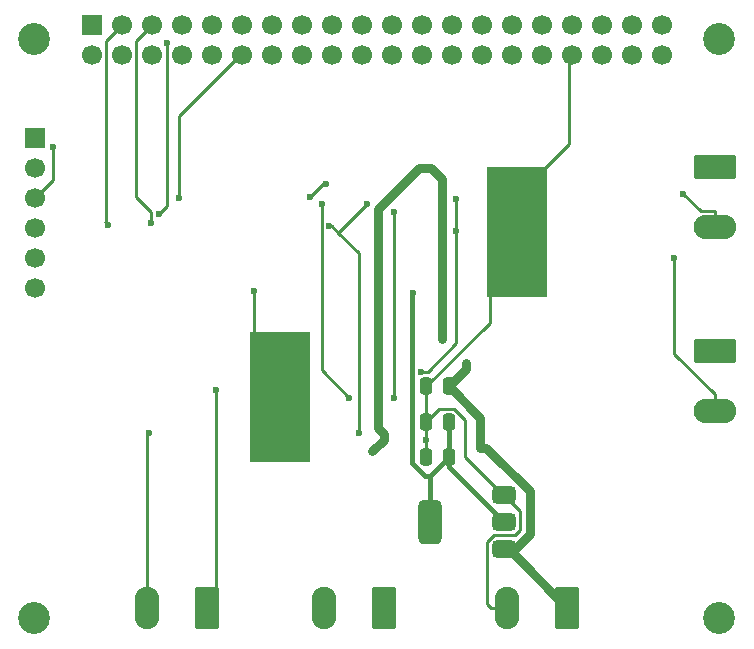
<source format=gbl>
%TF.GenerationSoftware,KiCad,Pcbnew,9.0.7*%
%TF.CreationDate,2026-02-04T14:04:16-06:00*%
%TF.ProjectId,dac_amp,6461635f-616d-4702-9e6b-696361645f70,rev?*%
%TF.SameCoordinates,Original*%
%TF.FileFunction,Copper,L2,Bot*%
%TF.FilePolarity,Positive*%
%FSLAX46Y46*%
G04 Gerber Fmt 4.6, Leading zero omitted, Abs format (unit mm)*
G04 Created by KiCad (PCBNEW 9.0.7) date 2026-02-04 14:04:16*
%MOMM*%
%LPD*%
G01*
G04 APERTURE LIST*
G04 Aperture macros list*
%AMRoundRect*
0 Rectangle with rounded corners*
0 $1 Rounding radius*
0 $2 $3 $4 $5 $6 $7 $8 $9 X,Y pos of 4 corners*
0 Add a 4 corners polygon primitive as box body*
4,1,4,$2,$3,$4,$5,$6,$7,$8,$9,$2,$3,0*
0 Add four circle primitives for the rounded corners*
1,1,$1+$1,$2,$3*
1,1,$1+$1,$4,$5*
1,1,$1+$1,$6,$7*
1,1,$1+$1,$8,$9*
0 Add four rect primitives between the rounded corners*
20,1,$1+$1,$2,$3,$4,$5,0*
20,1,$1+$1,$4,$5,$6,$7,0*
20,1,$1+$1,$6,$7,$8,$9,0*
20,1,$1+$1,$8,$9,$2,$3,0*%
G04 Aperture macros list end*
%TA.AperFunction,ComponentPad*%
%ADD10C,0.600000*%
%TD*%
%TA.AperFunction,SMDPad,CuDef*%
%ADD11R,5.200000X11.000000*%
%TD*%
%TA.AperFunction,ComponentPad*%
%ADD12RoundRect,0.249999X0.790001X1.550001X-0.790001X1.550001X-0.790001X-1.550001X0.790001X-1.550001X0*%
%TD*%
%TA.AperFunction,ComponentPad*%
%ADD13O,2.080000X3.600000*%
%TD*%
%TA.AperFunction,ComponentPad*%
%ADD14R,1.700000X1.700000*%
%TD*%
%TA.AperFunction,ComponentPad*%
%ADD15C,1.700000*%
%TD*%
%TA.AperFunction,ComponentPad*%
%ADD16RoundRect,0.249999X-1.550001X0.790001X-1.550001X-0.790001X1.550001X-0.790001X1.550001X0.790001X0*%
%TD*%
%TA.AperFunction,ComponentPad*%
%ADD17O,3.600000X2.080000*%
%TD*%
%TA.AperFunction,ComponentPad*%
%ADD18C,2.700000*%
%TD*%
%TA.AperFunction,SMDPad,CuDef*%
%ADD19RoundRect,0.375000X0.625000X0.375000X-0.625000X0.375000X-0.625000X-0.375000X0.625000X-0.375000X0*%
%TD*%
%TA.AperFunction,SMDPad,CuDef*%
%ADD20RoundRect,0.500000X0.500000X1.400000X-0.500000X1.400000X-0.500000X-1.400000X0.500000X-1.400000X0*%
%TD*%
%TA.AperFunction,SMDPad,CuDef*%
%ADD21RoundRect,0.250000X0.250000X0.475000X-0.250000X0.475000X-0.250000X-0.475000X0.250000X-0.475000X0*%
%TD*%
%TA.AperFunction,ViaPad*%
%ADD22C,0.600000*%
%TD*%
%TA.AperFunction,Conductor*%
%ADD23C,0.800000*%
%TD*%
%TA.AperFunction,Conductor*%
%ADD24C,0.250000*%
%TD*%
%TA.AperFunction,Conductor*%
%ADD25C,0.400000*%
%TD*%
G04 APERTURE END LIST*
D10*
%TO.P,U4,33,EP*%
%TO.N,GND*%
X128000000Y-73600000D03*
X128000000Y-72300000D03*
X128000000Y-71000000D03*
X128000000Y-69700000D03*
X128000000Y-68400000D03*
X128000000Y-67100000D03*
X128000000Y-65800000D03*
X128000000Y-64500000D03*
X128000000Y-63200000D03*
X126500000Y-73600000D03*
X126500000Y-72300000D03*
X126500000Y-71000000D03*
X126500000Y-69700000D03*
X126500000Y-68400000D03*
X126500000Y-67100000D03*
X126500000Y-65800000D03*
X126500000Y-64500000D03*
X126500000Y-63200000D03*
D11*
X125750000Y-68400000D03*
D10*
X125000000Y-73600000D03*
X125000000Y-72300000D03*
X125000000Y-71000000D03*
X125000000Y-69700000D03*
X125000000Y-68400000D03*
X125000000Y-67100000D03*
X125000000Y-65800000D03*
X125000000Y-64500000D03*
X125000000Y-63200000D03*
X123500000Y-73600000D03*
X123500000Y-72300000D03*
X123500000Y-71000000D03*
X123500000Y-69700000D03*
X123500000Y-68400000D03*
X123500000Y-67100000D03*
X123500000Y-65800000D03*
X123500000Y-64500000D03*
X123500000Y-63200000D03*
%TD*%
D12*
%TO.P,J5,1,Pin_1*%
%TO.N,Net-(J5-Pin_1)*%
X119545000Y-86277500D03*
D13*
%TO.P,J5,2,Pin_2*%
%TO.N,Net-(J5-Pin_2)*%
X114465000Y-86277500D03*
%TD*%
D12*
%TO.P,J6,1,Pin_1*%
%TO.N,Net-(J6-Pin_1)*%
X134545000Y-86277500D03*
D13*
%TO.P,J6,2,Pin_2*%
%TO.N,Net-(J6-Pin_2)*%
X129465000Y-86277500D03*
%TD*%
D14*
%TO.P,J7,1,Pin_1*%
%TO.N,unconnected-(J7-Pin_1-Pad1)*%
X109765321Y-36909266D03*
D15*
%TO.P,J7,2,Pin_2*%
%TO.N,unconnected-(J7-Pin_2-Pad2)*%
X109765321Y-39449266D03*
%TO.P,J7,3,Pin_3*%
%TO.N,I2C_SDA*%
X112305321Y-36909266D03*
%TO.P,J7,4,Pin_4*%
%TO.N,unconnected-(J7-Pin_4-Pad4)*%
X112305321Y-39449266D03*
%TO.P,J7,5,Pin_5*%
%TO.N,I2C_SCL*%
X114845321Y-36909266D03*
%TO.P,J7,6,Pin_6*%
%TO.N,unconnected-(J7-Pin_6-Pad6)*%
X114845321Y-39449266D03*
%TO.P,J7,7,Pin_7*%
%TO.N,unconnected-(J7-Pin_7-Pad7)*%
X117385321Y-36909266D03*
%TO.P,J7,8,Pin_8*%
%TO.N,unconnected-(J7-Pin_8-Pad8)*%
X117385321Y-39449266D03*
%TO.P,J7,9,Pin_9*%
%TO.N,unconnected-(J7-Pin_9-Pad9)*%
X119925321Y-36909266D03*
%TO.P,J7,10,Pin_10*%
%TO.N,unconnected-(J7-Pin_10-Pad10)*%
X119925321Y-39449266D03*
%TO.P,J7,11,Pin_11*%
%TO.N,unconnected-(J7-Pin_11-Pad11)*%
X122465321Y-36909266D03*
%TO.P,J7,12,Pin_12*%
%TO.N,I2S_BCK*%
X122465321Y-39449266D03*
%TO.P,J7,13,Pin_13*%
%TO.N,unconnected-(J7-Pin_13-Pad13)*%
X125005321Y-36909266D03*
%TO.P,J7,14,Pin_14*%
%TO.N,unconnected-(J7-Pin_14-Pad14)*%
X125005321Y-39449266D03*
%TO.P,J7,15,Pin_15*%
%TO.N,unconnected-(J7-Pin_15-Pad15)*%
X127545321Y-36909266D03*
%TO.P,J7,16,Pin_16*%
%TO.N,unconnected-(J7-Pin_16-Pad16)*%
X127545321Y-39449266D03*
%TO.P,J7,17,Pin_17*%
%TO.N,unconnected-(J7-Pin_17-Pad17)*%
X130085321Y-36909266D03*
%TO.P,J7,18,Pin_18*%
%TO.N,unconnected-(J7-Pin_18-Pad18)*%
X130085321Y-39449266D03*
%TO.P,J7,19,Pin_19*%
%TO.N,unconnected-(J7-Pin_19-Pad19)*%
X132625321Y-36909266D03*
%TO.P,J7,20,Pin_20*%
%TO.N,unconnected-(J7-Pin_20-Pad20)*%
X132625321Y-39449266D03*
%TO.P,J7,21,Pin_21*%
%TO.N,unconnected-(J7-Pin_21-Pad21)*%
X135165321Y-36909266D03*
%TO.P,J7,22,Pin_22*%
%TO.N,unconnected-(J7-Pin_22-Pad22)*%
X135165321Y-39449266D03*
%TO.P,J7,23,Pin_23*%
%TO.N,unconnected-(J7-Pin_23-Pad23)*%
X137705321Y-36909266D03*
%TO.P,J7,24,Pin_24*%
%TO.N,unconnected-(J7-Pin_24-Pad24)*%
X137705321Y-39449266D03*
%TO.P,J7,25,Pin_25*%
%TO.N,unconnected-(J7-Pin_25-Pad25)*%
X140245321Y-36909266D03*
%TO.P,J7,26,Pin_26*%
%TO.N,unconnected-(J7-Pin_26-Pad26)*%
X140245321Y-39449266D03*
%TO.P,J7,27,Pin_27*%
%TO.N,unconnected-(J7-Pin_27-Pad27)*%
X142785321Y-36909266D03*
%TO.P,J7,28,Pin_28*%
%TO.N,unconnected-(J7-Pin_28-Pad28)*%
X142785321Y-39449266D03*
%TO.P,J7,29,Pin_29*%
%TO.N,unconnected-(J7-Pin_29-Pad29)*%
X145325321Y-36909266D03*
%TO.P,J7,30,Pin_30*%
%TO.N,unconnected-(J7-Pin_30-Pad30)*%
X145325321Y-39449266D03*
%TO.P,J7,31,Pin_31*%
%TO.N,unconnected-(J7-Pin_31-Pad31)*%
X147865321Y-36909266D03*
%TO.P,J7,32,Pin_32*%
%TO.N,unconnected-(J7-Pin_32-Pad32)*%
X147865321Y-39449266D03*
%TO.P,J7,33,Pin_33*%
%TO.N,unconnected-(J7-Pin_33-Pad33)*%
X150405321Y-36909266D03*
%TO.P,J7,34,Pin_34*%
%TO.N,GND*%
X150405321Y-39449266D03*
%TO.P,J7,35,Pin_35*%
%TO.N,I2S_LRCK*%
X152945321Y-36909266D03*
%TO.P,J7,36,Pin_36*%
%TO.N,unconnected-(J7-Pin_36-Pad36)*%
X152945321Y-39449266D03*
%TO.P,J7,37,Pin_37*%
%TO.N,unconnected-(J7-Pin_37-Pad37)*%
X155485321Y-36909266D03*
%TO.P,J7,38,Pin_38*%
%TO.N,unconnected-(J7-Pin_38-Pad38)*%
X155485321Y-39449266D03*
%TO.P,J7,39,Pin_39*%
%TO.N,unconnected-(J7-Pin_39-Pad39)*%
X158025321Y-36909266D03*
%TO.P,J7,40,Pin_40*%
%TO.N,I2S_DOUT*%
X158025321Y-39449266D03*
%TD*%
D16*
%TO.P,J4,1,Pin_1*%
%TO.N,Net-(J4-Pin_1)*%
X162500000Y-48955000D03*
D17*
%TO.P,J4,2,Pin_2*%
%TO.N,Net-(J4-Pin_2)*%
X162500000Y-54035000D03*
%TD*%
D18*
%TO.P,H1,1*%
%TO.N,N/C*%
X104875000Y-38067500D03*
%TD*%
%TO.P,H2,1*%
%TO.N,N/C*%
X162875000Y-38067500D03*
%TD*%
%TO.P,H3,1*%
%TO.N,N/C*%
X104875000Y-87067500D03*
%TD*%
%TO.P,H4,1*%
%TO.N,N/C*%
X162875000Y-87067500D03*
%TD*%
D14*
%TO.P,J1,1,Pin_1*%
%TO.N,unconnected-(J1-Pin_1-Pad1)*%
X105000000Y-46460000D03*
D15*
%TO.P,J1,2,Pin_2*%
%TO.N,unconnected-(J1-Pin_2-Pad2)*%
X105000000Y-49000000D03*
%TO.P,J1,3,Pin_3*%
%TO.N,I2S_BCK*%
X105000000Y-51540000D03*
%TO.P,J1,4,Pin_4*%
%TO.N,unconnected-(J1-Pin_4-Pad4)*%
X105000000Y-54080000D03*
%TO.P,J1,5,Pin_5*%
%TO.N,unconnected-(J1-Pin_5-Pad5)*%
X105000000Y-56620000D03*
%TO.P,J1,6,Pin_6*%
%TO.N,unconnected-(J1-Pin_6-Pad6)*%
X105000000Y-59160000D03*
%TD*%
D10*
%TO.P,U3,33,EP*%
%TO.N,GND*%
X143500000Y-49200000D03*
X143500000Y-50500000D03*
X143500000Y-51800000D03*
X143500000Y-53100000D03*
X143500000Y-54400000D03*
X143500000Y-55700000D03*
X143500000Y-57000000D03*
X143500000Y-58300000D03*
X143500000Y-59600000D03*
X145000000Y-49200000D03*
X145000000Y-50500000D03*
X145000000Y-51800000D03*
X145000000Y-53100000D03*
X145000000Y-54400000D03*
X145000000Y-55700000D03*
X145000000Y-57000000D03*
X145000000Y-58300000D03*
X145000000Y-59600000D03*
D11*
X145750000Y-54400000D03*
D10*
X146500000Y-49200000D03*
X146500000Y-50500000D03*
X146500000Y-51800000D03*
X146500000Y-53100000D03*
X146500000Y-54400000D03*
X146500000Y-55700000D03*
X146500000Y-57000000D03*
X146500000Y-58300000D03*
X146500000Y-59600000D03*
X148000000Y-49200000D03*
X148000000Y-50500000D03*
X148000000Y-51800000D03*
X148000000Y-53100000D03*
X148000000Y-54400000D03*
X148000000Y-55700000D03*
X148000000Y-57000000D03*
X148000000Y-58300000D03*
X148000000Y-59600000D03*
%TD*%
D16*
%TO.P,J3,1,Pin_1*%
%TO.N,Net-(J3-Pin_1)*%
X162500000Y-64455000D03*
D17*
%TO.P,J3,2,Pin_2*%
%TO.N,Net-(J3-Pin_2)*%
X162500000Y-69535000D03*
%TD*%
D12*
%TO.P,J2,1,Pin_1*%
%TO.N,+12V*%
X150045000Y-86277500D03*
D13*
%TO.P,J2,2,Pin_2*%
%TO.N,GND*%
X144965000Y-86277500D03*
%TD*%
D19*
%TO.P,U2,1,GND*%
%TO.N,GND*%
X144700000Y-76700000D03*
%TO.P,U2,2,VO*%
%TO.N,+3.3V*%
X144700000Y-79000000D03*
D20*
X138400000Y-79000000D03*
D19*
%TO.P,U2,3,VI*%
%TO.N,+12V*%
X144700000Y-81300000D03*
%TD*%
D21*
%TO.P,C1,1*%
%TO.N,+12V*%
X140000000Y-67500000D03*
%TO.P,C1,2*%
%TO.N,GND*%
X138100000Y-67500000D03*
%TD*%
%TO.P,C3,1*%
%TO.N,+3.3V*%
X140000000Y-73500000D03*
%TO.P,C3,2*%
%TO.N,GND*%
X138100000Y-73500000D03*
%TD*%
%TO.P,C2,1*%
%TO.N,+3.3V*%
X140000000Y-70500000D03*
%TO.P,C2,2*%
%TO.N,GND*%
X138100000Y-70500000D03*
%TD*%
D22*
%TO.N,+12V*%
X139000000Y-49500000D03*
X139463152Y-63463152D03*
X133500000Y-73000000D03*
X141500000Y-65500000D03*
%TO.N,GND*%
X123502800Y-59381500D03*
X138100000Y-72000000D03*
%TO.N,+3.3V*%
X137000000Y-59609500D03*
%TO.N,I2S_BCK*%
X106526200Y-47224500D03*
X117176300Y-51581000D03*
%TO.N,Net-(J3-Pin_2)*%
X159067200Y-56651600D03*
%TO.N,Net-(J4-Pin_2)*%
X159819500Y-51166900D03*
%TO.N,Net-(J5-Pin_1)*%
X120278600Y-67802100D03*
%TO.N,Net-(J5-Pin_2)*%
X114611700Y-71441100D03*
%TO.N,I2C_SDA*%
X111189300Y-53828300D03*
%TO.N,I2S_LRCK*%
X116165691Y-38440688D03*
X115507500Y-52870100D03*
%TO.N,I2C_SCL*%
X114753300Y-53693700D03*
%TO.N,Net-(U1-OUTL-)*%
X132393900Y-71439600D03*
X133062200Y-52089100D03*
X129899700Y-53897800D03*
%TO.N,Net-(U1-OUTR+)*%
X129578300Y-50346300D03*
X135357600Y-68483200D03*
X128260200Y-51420200D03*
X135357600Y-52757400D03*
%TO.N,Net-(U1-OUTL+)*%
X140651600Y-51598400D03*
X140651600Y-54361300D03*
X137619700Y-66261200D03*
%TO.N,Net-(U1-OUTR-)*%
X131590500Y-68452100D03*
X129256800Y-52032100D03*
%TD*%
D23*
%TO.N,+12V*%
X146892100Y-79966400D02*
X146892100Y-76373200D01*
X144700000Y-81300000D02*
X144945500Y-81545500D01*
X144945500Y-81545500D02*
X145313000Y-81545500D01*
X141500000Y-66000000D02*
X140000000Y-67500000D01*
X143189400Y-72670500D02*
X142677100Y-72670500D01*
X134500000Y-71500000D02*
X134000000Y-71000000D01*
X138500000Y-49000000D02*
X139000000Y-49500000D01*
X145313000Y-81545500D02*
X146892100Y-79966400D01*
X134000000Y-52500000D02*
X137500000Y-49000000D01*
X139463152Y-49963152D02*
X139463152Y-63463152D01*
X140000000Y-67500000D02*
X142677100Y-70177100D01*
X134500000Y-72000000D02*
X133500000Y-73000000D01*
X141500000Y-65500000D02*
X141500000Y-66000000D01*
X142677100Y-70177100D02*
X142677100Y-72670500D01*
X134500000Y-71500000D02*
X134500000Y-72000000D01*
X145313000Y-81545500D02*
X150045000Y-86277500D01*
X137500000Y-49000000D02*
X138500000Y-49000000D01*
X134000000Y-71000000D02*
X134000000Y-52500000D01*
X146892100Y-76373200D02*
X143189400Y-72670500D01*
X139000000Y-49500000D02*
X139463152Y-49963152D01*
D24*
%TO.N,GND*%
X143500000Y-49200000D02*
X145000000Y-49200000D01*
X126500000Y-64500000D02*
X126500000Y-63200000D01*
X123500000Y-68400000D02*
X123500000Y-69700000D01*
X140447400Y-69405500D02*
X141403000Y-70361100D01*
X145750000Y-54400000D02*
X145000000Y-54400000D01*
X145000000Y-58520900D02*
X145000000Y-57000000D01*
X143500000Y-54400000D02*
X143500000Y-55700000D01*
X145000000Y-53100000D02*
X145000000Y-54400000D01*
X126500000Y-65800000D02*
X126500000Y-64500000D01*
X123500000Y-67100000D02*
X123500000Y-68400000D01*
X141403000Y-73489700D02*
X144613300Y-76700000D01*
X143500000Y-53100000D02*
X143500000Y-54400000D01*
X126500000Y-73600000D02*
X126500000Y-72300000D01*
X123500000Y-71000000D02*
X123500000Y-69700000D01*
X125000000Y-68400000D02*
X125000000Y-67100000D01*
X146500000Y-49200000D02*
X148000000Y-49200000D01*
X143277500Y-85956700D02*
X143277500Y-80650100D01*
X143500000Y-58300000D02*
X143500000Y-59600000D01*
X146500000Y-53100000D02*
X146500000Y-54400000D01*
X148000000Y-54400000D02*
X148000000Y-55700000D01*
X143277500Y-80650100D02*
X143812900Y-80114700D01*
X126500000Y-65800000D02*
X126500000Y-67100000D01*
X139194500Y-69405500D02*
X140447400Y-69405500D01*
X128000000Y-67100000D02*
X128000000Y-65800000D01*
X148000000Y-49200000D02*
X150200000Y-47000000D01*
X145000000Y-55700000D02*
X145000000Y-57000000D01*
X138100000Y-67500000D02*
X143500000Y-62100000D01*
X123500000Y-73600000D02*
X123500000Y-72300000D01*
X148000000Y-53100000D02*
X148000000Y-54400000D01*
X128000000Y-72389900D02*
X128000000Y-72300000D01*
X145618800Y-80114700D02*
X146072400Y-79661100D01*
X123500000Y-63200000D02*
X123500000Y-64500000D01*
X123502800Y-59381500D02*
X123500000Y-59384300D01*
X148000000Y-49200000D02*
X148000000Y-50500000D01*
X146500000Y-55700000D02*
X146500000Y-57000000D01*
X145000000Y-49200000D02*
X146500000Y-49200000D01*
X144965000Y-86277500D02*
X143598300Y-86277500D01*
X145000000Y-54400000D02*
X145000000Y-55700000D01*
X138100000Y-72000000D02*
X138100000Y-70500000D01*
X141403000Y-70361100D02*
X141403000Y-73489700D01*
X138100000Y-70500000D02*
X138100000Y-67500000D01*
X146072400Y-79661100D02*
X146072400Y-78072400D01*
X148000000Y-57000000D02*
X148000000Y-55700000D01*
X128000000Y-65800000D02*
X128000000Y-64500000D01*
X150200000Y-47000000D02*
X150200000Y-39540000D01*
X144613300Y-76700000D02*
X144700000Y-76700000D01*
X123500000Y-64500000D02*
X123500000Y-65800000D01*
X125000000Y-69700000D02*
X125000000Y-71000000D01*
X143500000Y-51800000D02*
X143500000Y-53100000D01*
X125000000Y-65800000D02*
X125000000Y-64500000D01*
X128000000Y-71000000D02*
X128000000Y-69700000D01*
X143500000Y-55700000D02*
X143500000Y-57000000D01*
X146500000Y-53100000D02*
X146500000Y-51800000D01*
X143598300Y-86277500D02*
X143277500Y-85956700D01*
X146072400Y-78072400D02*
X144700000Y-76700000D01*
X123500000Y-65800000D02*
X123500000Y-67100000D01*
X128000000Y-73600000D02*
X128000000Y-72389900D01*
X145000000Y-51800000D02*
X145000000Y-53100000D01*
X145000000Y-50500000D02*
X145000000Y-51800000D01*
X126500000Y-69700000D02*
X126500000Y-68400000D01*
X143812900Y-80114700D02*
X145618800Y-80114700D01*
X138100000Y-73500000D02*
X138100000Y-72000000D01*
X143500000Y-57000000D02*
X143500000Y-58300000D01*
X148000000Y-50500000D02*
X148000000Y-51800000D01*
X123500000Y-59384300D02*
X123500000Y-63200000D01*
X148000000Y-59600000D02*
X148000000Y-58300000D01*
X125750000Y-68400000D02*
X125000000Y-68400000D01*
X125000000Y-73600000D02*
X125000000Y-72300000D01*
X125000000Y-69700000D02*
X125000000Y-68400000D01*
X146500000Y-58300000D02*
X146500000Y-57000000D01*
X146500000Y-49200000D02*
X146500000Y-50500000D01*
X125000000Y-64500000D02*
X125000000Y-63200000D01*
X143500000Y-50500000D02*
X143500000Y-49200000D01*
X128000000Y-72389900D02*
X128000000Y-71000000D01*
X126500000Y-68400000D02*
X126500000Y-67100000D01*
X128000000Y-68400000D02*
X128000000Y-67100000D01*
X148000000Y-58300000D02*
X148000000Y-57000000D01*
X128000000Y-63200000D02*
X128000000Y-64500000D01*
X126500000Y-71000000D02*
X126500000Y-72300000D01*
X145000000Y-49200000D02*
X145000000Y-50500000D01*
X128000000Y-69700000D02*
X128000000Y-68400000D01*
X145000000Y-58520900D02*
X145000000Y-59600000D01*
X138100000Y-70500000D02*
X139194500Y-69405500D01*
X145000000Y-58300000D02*
X145000000Y-58520900D01*
X143500000Y-62100000D02*
X143500000Y-59600000D01*
X146500000Y-59600000D02*
X146500000Y-58300000D01*
X125000000Y-65800000D02*
X125000000Y-67100000D01*
X125000000Y-72300000D02*
X125000000Y-71000000D01*
X126500000Y-71000000D02*
X126500000Y-69700000D01*
D25*
%TO.N,+3.3V*%
X138400000Y-75100000D02*
X137976700Y-75100000D01*
X136865800Y-73989100D02*
X136865800Y-59743700D01*
X144700000Y-79000000D02*
X140000000Y-74300000D01*
X140000000Y-73500000D02*
X140000000Y-70500000D01*
X136865800Y-59743700D02*
X137000000Y-59609500D01*
X140000000Y-74300000D02*
X140000000Y-73500000D01*
X137976700Y-75100000D02*
X136865800Y-73989100D01*
X138400000Y-75100000D02*
X140000000Y-73500000D01*
X138400000Y-79000000D02*
X138400000Y-75100000D01*
D24*
%TO.N,I2S_BCK*%
X117176300Y-44623700D02*
X122260000Y-39540000D01*
X106526200Y-50013800D02*
X106526200Y-47224500D01*
X105000000Y-51540000D02*
X106526200Y-50013800D01*
X117176300Y-51581000D02*
X117176300Y-44623700D01*
%TO.N,Net-(J3-Pin_2)*%
X159067200Y-64735500D02*
X162500000Y-68168300D01*
X159067200Y-56651600D02*
X159067200Y-64735500D01*
X162500000Y-69535000D02*
X162500000Y-68168300D01*
%TO.N,Net-(J4-Pin_2)*%
X161320900Y-52668300D02*
X159819500Y-51166900D01*
X162500000Y-52668300D02*
X161320900Y-52668300D01*
X162500000Y-54035000D02*
X162500000Y-52668300D01*
%TO.N,Net-(J5-Pin_1)*%
X120278600Y-85543900D02*
X120278600Y-67802100D01*
X119545000Y-86277500D02*
X120278600Y-85543900D01*
%TO.N,Net-(J5-Pin_2)*%
X114465000Y-86277500D02*
X114465000Y-71587800D01*
X114465000Y-71587800D02*
X114611700Y-71441100D01*
%TO.N,I2C_SDA*%
X111189300Y-53828300D02*
X110920100Y-53559100D01*
X112305321Y-36909266D02*
X110941321Y-38273266D01*
X110941321Y-53580321D02*
X111189300Y-53828300D01*
X110941321Y-38273266D02*
X110941321Y-53580321D01*
%TO.N,I2S_LRCK*%
X116165691Y-52211909D02*
X115507500Y-52870100D01*
X116165691Y-38440688D02*
X116165691Y-52211909D01*
%TO.N,I2C_SCL*%
X114845321Y-36909266D02*
X113500000Y-38254587D01*
X113500000Y-38254587D02*
X113500000Y-51500000D01*
X114753300Y-52753300D02*
X113500000Y-51500000D01*
X114753300Y-53693700D02*
X114753300Y-52753300D01*
%TO.N,Net-(U1-OUTL-)*%
X130073500Y-53897800D02*
X129899700Y-53897800D01*
X130663500Y-54487800D02*
X133062200Y-52089100D01*
X130663500Y-54487800D02*
X130073500Y-53897800D01*
X132393900Y-71439600D02*
X132393900Y-56218200D01*
X132393900Y-56218200D02*
X130663500Y-54487800D01*
%TO.N,Net-(U1-OUTR+)*%
X129578300Y-50346300D02*
X129334100Y-50346300D01*
X135357600Y-68483200D02*
X135357600Y-52757400D01*
X129334100Y-50346300D02*
X128260200Y-51420200D01*
%TO.N,Net-(U1-OUTL+)*%
X140651600Y-54361300D02*
X140651600Y-63848400D01*
X140651600Y-54361300D02*
X140651600Y-51598400D01*
X138238800Y-66261200D02*
X137619700Y-66261200D01*
X140651600Y-63848400D02*
X138238800Y-66261200D01*
%TO.N,Net-(U1-OUTR-)*%
X129256800Y-66118400D02*
X129256800Y-52032100D01*
X131590500Y-68452100D02*
X129256800Y-66118400D01*
%TD*%
M02*

</source>
